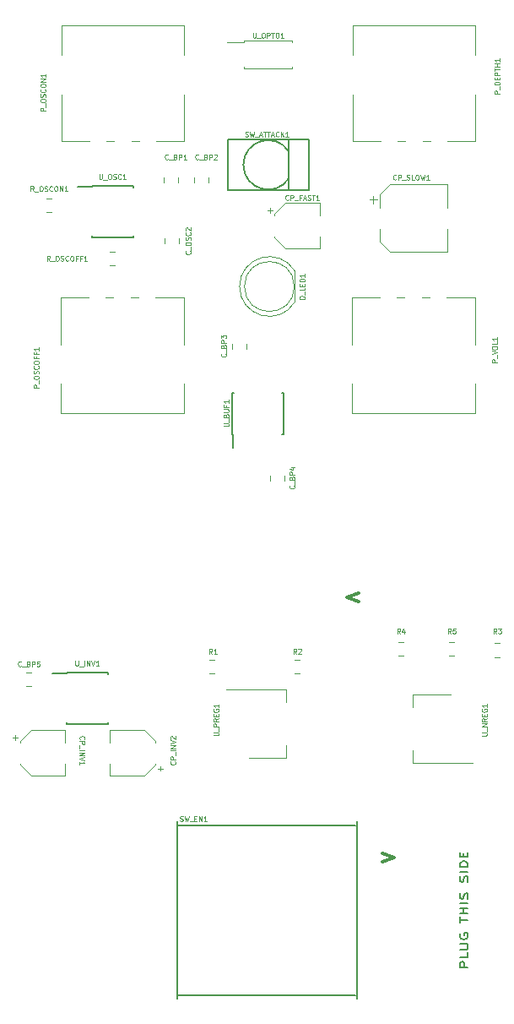
<source format=gbr>
G04 #@! TF.GenerationSoftware,KiCad,Pcbnew,(5.0.0-3-g5ebb6b6)*
G04 #@! TF.CreationDate,2018-11-15T11:11:36+00:00*
G04 #@! TF.ProjectId,555PWMTremolo,35353550574D5472656D6F6C6F2E6B69,rev?*
G04 #@! TF.SameCoordinates,Original*
G04 #@! TF.FileFunction,Legend,Top*
G04 #@! TF.FilePolarity,Positive*
%FSLAX46Y46*%
G04 Gerber Fmt 4.6, Leading zero omitted, Abs format (unit mm)*
G04 Created by KiCad (PCBNEW (5.0.0-3-g5ebb6b6)) date Thursday, 15 November 2018 at 11:11:36*
%MOMM*%
%LPD*%
G01*
G04 APERTURE LIST*
%ADD10C,0.300000*%
%ADD11C,0.200000*%
%ADD12C,0.150000*%
%ADD13C,0.120000*%
%ADD14C,0.125000*%
G04 APERTURE END LIST*
D10*
X89725428Y-129099428D02*
X88582571Y-128670857D01*
X89725428Y-128242285D01*
X92138571Y-154364571D02*
X93281428Y-154793142D01*
X92138571Y-155221714D01*
D11*
X100691904Y-165758095D02*
X99891904Y-165758095D01*
X99891904Y-165377142D01*
X99930000Y-165281904D01*
X99968095Y-165234285D01*
X100044285Y-165186666D01*
X100158571Y-165186666D01*
X100234761Y-165234285D01*
X100272857Y-165281904D01*
X100310952Y-165377142D01*
X100310952Y-165758095D01*
X100691904Y-164281904D02*
X100691904Y-164758095D01*
X99891904Y-164758095D01*
X99891904Y-163948571D02*
X100539523Y-163948571D01*
X100615714Y-163900952D01*
X100653809Y-163853333D01*
X100691904Y-163758095D01*
X100691904Y-163567619D01*
X100653809Y-163472380D01*
X100615714Y-163424761D01*
X100539523Y-163377142D01*
X99891904Y-163377142D01*
X99930000Y-162377142D02*
X99891904Y-162472380D01*
X99891904Y-162615238D01*
X99930000Y-162758095D01*
X100006190Y-162853333D01*
X100082380Y-162900952D01*
X100234761Y-162948571D01*
X100349047Y-162948571D01*
X100501428Y-162900952D01*
X100577619Y-162853333D01*
X100653809Y-162758095D01*
X100691904Y-162615238D01*
X100691904Y-162520000D01*
X100653809Y-162377142D01*
X100615714Y-162329523D01*
X100349047Y-162329523D01*
X100349047Y-162520000D01*
X99891904Y-161281904D02*
X99891904Y-160710476D01*
X100691904Y-160996190D02*
X99891904Y-160996190D01*
X100691904Y-160377142D02*
X99891904Y-160377142D01*
X100272857Y-160377142D02*
X100272857Y-159805714D01*
X100691904Y-159805714D02*
X99891904Y-159805714D01*
X100691904Y-159329523D02*
X99891904Y-159329523D01*
X100653809Y-158900952D02*
X100691904Y-158758095D01*
X100691904Y-158520000D01*
X100653809Y-158424761D01*
X100615714Y-158377142D01*
X100539523Y-158329523D01*
X100463333Y-158329523D01*
X100387142Y-158377142D01*
X100349047Y-158424761D01*
X100310952Y-158520000D01*
X100272857Y-158710476D01*
X100234761Y-158805714D01*
X100196666Y-158853333D01*
X100120476Y-158900952D01*
X100044285Y-158900952D01*
X99968095Y-158853333D01*
X99930000Y-158805714D01*
X99891904Y-158710476D01*
X99891904Y-158472380D01*
X99930000Y-158329523D01*
X100653809Y-157186666D02*
X100691904Y-157043809D01*
X100691904Y-156805714D01*
X100653809Y-156710476D01*
X100615714Y-156662857D01*
X100539523Y-156615238D01*
X100463333Y-156615238D01*
X100387142Y-156662857D01*
X100349047Y-156710476D01*
X100310952Y-156805714D01*
X100272857Y-156996190D01*
X100234761Y-157091428D01*
X100196666Y-157139047D01*
X100120476Y-157186666D01*
X100044285Y-157186666D01*
X99968095Y-157139047D01*
X99930000Y-157091428D01*
X99891904Y-156996190D01*
X99891904Y-156758095D01*
X99930000Y-156615238D01*
X100691904Y-156186666D02*
X99891904Y-156186666D01*
X100691904Y-155710476D02*
X99891904Y-155710476D01*
X99891904Y-155472380D01*
X99930000Y-155329523D01*
X100006190Y-155234285D01*
X100082380Y-155186666D01*
X100234761Y-155139047D01*
X100349047Y-155139047D01*
X100501428Y-155186666D01*
X100577619Y-155234285D01*
X100653809Y-155329523D01*
X100691904Y-155472380D01*
X100691904Y-155710476D01*
X100272857Y-154710476D02*
X100272857Y-154377142D01*
X100691904Y-154234285D02*
X100691904Y-154710476D01*
X99891904Y-154710476D01*
X99891904Y-154234285D01*
D12*
G04 #@! TO.C,SW_EN1*
X89433400Y-168541700D02*
X72923400Y-168541700D01*
X72923400Y-168541700D02*
X71653400Y-168541700D01*
X71526400Y-168922700D02*
X71526400Y-151142700D01*
X71653400Y-151523700D02*
X89433400Y-151523700D01*
X89560400Y-151142700D02*
X89560400Y-168922700D01*
D13*
G04 #@! TO.C,D_LED1*
X77782000Y-97535538D02*
G75*
G03X83332000Y-99080830I2990000J-462D01*
G01*
X77782000Y-97536462D02*
G75*
G02X83332000Y-95991170I2990000J462D01*
G01*
X83272000Y-97536000D02*
G75*
G03X83272000Y-97536000I-2500000J0D01*
G01*
X83332000Y-99081000D02*
X83332000Y-95991000D01*
G04 #@! TO.C,U_NREG1*
X101191500Y-145269000D02*
X95181500Y-145269000D01*
X98941500Y-138449000D02*
X95181500Y-138449000D01*
X95181500Y-145269000D02*
X95181500Y-144009000D01*
X95181500Y-138449000D02*
X95181500Y-139709000D01*
G04 #@! TO.C,C_BP1*
X70156000Y-87129252D02*
X70156000Y-86606748D01*
X71576000Y-87129252D02*
X71576000Y-86606748D01*
G04 #@! TO.C,C_BP3*
X77014000Y-103243748D02*
X77014000Y-103766252D01*
X78434000Y-103243748D02*
X78434000Y-103766252D01*
G04 #@! TO.C,C_BP4*
X80824000Y-116451748D02*
X80824000Y-116974252D01*
X82244000Y-116451748D02*
X82244000Y-116974252D01*
G04 #@! TO.C,C_BP5*
X56380748Y-136196000D02*
X56903252Y-136196000D01*
X56380748Y-137616000D02*
X56903252Y-137616000D01*
G04 #@! TO.C,P_DEPTH1*
X89120000Y-82940000D02*
X89120000Y-78274000D01*
X89120000Y-74365000D02*
X89120000Y-71350000D01*
X101460000Y-82940000D02*
X101460000Y-78274000D01*
X101460000Y-74365000D02*
X101460000Y-71350000D01*
X89120000Y-82940000D02*
X91919000Y-82940000D01*
X93661000Y-82940000D02*
X94420000Y-82940000D01*
X96161000Y-82940000D02*
X96920000Y-82940000D01*
X98660000Y-82940000D02*
X101460000Y-82940000D01*
X89120000Y-71350000D02*
X101460000Y-71350000D01*
G04 #@! TO.C,P_VOL1*
X101380000Y-110260000D02*
X89040000Y-110260000D01*
X91840000Y-98670000D02*
X89040000Y-98670000D01*
X94339000Y-98670000D02*
X93580000Y-98670000D01*
X96839000Y-98670000D02*
X96080000Y-98670000D01*
X101380000Y-98670000D02*
X98581000Y-98670000D01*
X89040000Y-107245000D02*
X89040000Y-110260000D01*
X89040000Y-98670000D02*
X89040000Y-103336000D01*
X101380000Y-107245000D02*
X101380000Y-110260000D01*
X101380000Y-98670000D02*
X101380000Y-103336000D01*
G04 #@! TO.C,R1*
X75242052Y-134926000D02*
X74719548Y-134926000D01*
X75242052Y-136346000D02*
X74719548Y-136346000D01*
G04 #@! TO.C,R2*
X83827252Y-136346000D02*
X83304748Y-136346000D01*
X83827252Y-134926000D02*
X83304748Y-134926000D01*
G04 #@! TO.C,R3*
X103370748Y-133275000D02*
X103893252Y-133275000D01*
X103370748Y-134695000D02*
X103893252Y-134695000D01*
G04 #@! TO.C,R4*
X94241252Y-134568000D02*
X93718748Y-134568000D01*
X94241252Y-133148000D02*
X93718748Y-133148000D01*
G04 #@! TO.C,R5*
X98798748Y-134568000D02*
X99321252Y-134568000D01*
X98798748Y-133148000D02*
X99321252Y-133148000D01*
D12*
G04 #@! TO.C,U_BUF1*
X77104000Y-112311000D02*
X77104000Y-113711000D01*
X82204000Y-112311000D02*
X82204000Y-108161000D01*
X77054000Y-112311000D02*
X77054000Y-108161000D01*
X82204000Y-112311000D02*
X82059000Y-112311000D01*
X82204000Y-108161000D02*
X82059000Y-108161000D01*
X77054000Y-108161000D02*
X77199000Y-108161000D01*
X77054000Y-112311000D02*
X77104000Y-112311000D01*
D13*
G04 #@! TO.C,U_PREG1*
X82491500Y-144761000D02*
X82491500Y-143501000D01*
X82491500Y-137941000D02*
X82491500Y-139201000D01*
X78731500Y-144761000D02*
X82491500Y-144761000D01*
X76481500Y-137941000D02*
X82491500Y-137941000D01*
G04 #@! TO.C,CP_INV1*
X55289000Y-142462000D02*
X55289000Y-142962000D01*
X55039000Y-142712000D02*
X55539000Y-142712000D01*
X55779000Y-145467563D02*
X56843437Y-146532000D01*
X55779000Y-143076437D02*
X56843437Y-142012000D01*
X55779000Y-143076437D02*
X55779000Y-143212000D01*
X55779000Y-145467563D02*
X55779000Y-145332000D01*
X56843437Y-146532000D02*
X60299000Y-146532000D01*
X56843437Y-142012000D02*
X60299000Y-142012000D01*
X60299000Y-142012000D02*
X60299000Y-143212000D01*
X60299000Y-146532000D02*
X60299000Y-145332000D01*
G04 #@! TO.C,CP_INV2*
X64796000Y-142012000D02*
X64796000Y-143212000D01*
X64796000Y-146532000D02*
X64796000Y-145332000D01*
X68251563Y-146532000D02*
X64796000Y-146532000D01*
X68251563Y-142012000D02*
X64796000Y-142012000D01*
X69316000Y-143076437D02*
X69316000Y-143212000D01*
X69316000Y-145467563D02*
X69316000Y-145332000D01*
X69316000Y-145467563D02*
X68251563Y-146532000D01*
X69316000Y-143076437D02*
X68251563Y-142012000D01*
X70056000Y-145832000D02*
X69556000Y-145832000D01*
X69806000Y-146082000D02*
X69806000Y-145582000D01*
G04 #@! TO.C,C_OSC2*
X71703000Y-92702748D02*
X71703000Y-93225252D01*
X70283000Y-92702748D02*
X70283000Y-93225252D01*
G04 #@! TO.C,R_OSCOFF1*
X65285252Y-94032000D02*
X64762748Y-94032000D01*
X65285252Y-95452000D02*
X64762748Y-95452000D01*
G04 #@! TO.C,R_OSCON1*
X58412748Y-88698000D02*
X58935252Y-88698000D01*
X58412748Y-90118000D02*
X58935252Y-90118000D01*
D12*
G04 #@! TO.C,U_OSC1*
X62949000Y-87468000D02*
X62949000Y-87518000D01*
X67099000Y-87468000D02*
X67099000Y-87613000D01*
X67099000Y-92618000D02*
X67099000Y-92473000D01*
X62949000Y-92618000D02*
X62949000Y-92473000D01*
X62949000Y-87468000D02*
X67099000Y-87468000D01*
X62949000Y-92618000D02*
X67099000Y-92618000D01*
X62949000Y-87518000D02*
X61549000Y-87518000D01*
D13*
G04 #@! TO.C,P_OSCOFF1*
X72170000Y-110260000D02*
X59830000Y-110260000D01*
X62630000Y-98670000D02*
X59830000Y-98670000D01*
X65129000Y-98670000D02*
X64370000Y-98670000D01*
X67629000Y-98670000D02*
X66870000Y-98670000D01*
X72170000Y-98670000D02*
X69371000Y-98670000D01*
X59830000Y-107245000D02*
X59830000Y-110260000D01*
X59830000Y-98670000D02*
X59830000Y-103336000D01*
X72170000Y-107245000D02*
X72170000Y-110260000D01*
X72170000Y-98670000D02*
X72170000Y-103336000D01*
G04 #@! TO.C,P_OSCON1*
X59910000Y-82940000D02*
X59910000Y-78274000D01*
X59910000Y-74365000D02*
X59910000Y-71350000D01*
X72250000Y-82940000D02*
X72250000Y-78274000D01*
X72250000Y-74365000D02*
X72250000Y-71350000D01*
X59910000Y-82940000D02*
X62709000Y-82940000D01*
X64451000Y-82940000D02*
X65210000Y-82940000D01*
X66951000Y-82940000D02*
X67710000Y-82940000D01*
X69450000Y-82940000D02*
X72250000Y-82940000D01*
X59910000Y-71350000D02*
X72250000Y-71350000D01*
D12*
G04 #@! TO.C,U_INV1*
X60409000Y-136286000D02*
X59009000Y-136286000D01*
X60409000Y-141386000D02*
X64559000Y-141386000D01*
X60409000Y-136236000D02*
X64559000Y-136236000D01*
X60409000Y-141386000D02*
X60409000Y-141241000D01*
X64559000Y-141386000D02*
X64559000Y-141241000D01*
X64559000Y-136236000D02*
X64559000Y-136381000D01*
X60409000Y-136236000D02*
X60409000Y-136286000D01*
D13*
G04 #@! TO.C,U_OPTO1*
X83045000Y-72895000D02*
X83045000Y-73045000D01*
X78245000Y-72895000D02*
X83045000Y-72895000D01*
X78245000Y-73045000D02*
X78245000Y-72895000D01*
X78245000Y-75695000D02*
X78245000Y-75545000D01*
X83045000Y-75695000D02*
X78245000Y-75695000D01*
X83045000Y-75545000D02*
X83045000Y-75695000D01*
X78245000Y-73045000D02*
X76545000Y-73045000D01*
G04 #@! TO.C,CP_FAST1*
X85826000Y-93700000D02*
X85826000Y-92500000D01*
X85826000Y-89180000D02*
X85826000Y-90380000D01*
X82370437Y-89180000D02*
X85826000Y-89180000D01*
X82370437Y-93700000D02*
X85826000Y-93700000D01*
X81306000Y-92635563D02*
X81306000Y-92500000D01*
X81306000Y-90244437D02*
X81306000Y-90380000D01*
X81306000Y-90244437D02*
X82370437Y-89180000D01*
X81306000Y-92635563D02*
X82370437Y-93700000D01*
X80566000Y-89880000D02*
X81066000Y-89880000D01*
X80816000Y-89630000D02*
X80816000Y-90130000D01*
G04 #@! TO.C,CP_SLOW1*
X98660000Y-94088000D02*
X98660000Y-91738000D01*
X98660000Y-87268000D02*
X98660000Y-89618000D01*
X92904437Y-87268000D02*
X98660000Y-87268000D01*
X92904437Y-94088000D02*
X98660000Y-94088000D01*
X91840000Y-93023563D02*
X91840000Y-91738000D01*
X91840000Y-88332437D02*
X91840000Y-89618000D01*
X91840000Y-88332437D02*
X92904437Y-87268000D01*
X91840000Y-93023563D02*
X92904437Y-94088000D01*
X90812500Y-88830500D02*
X91600000Y-88830500D01*
X91206250Y-88436750D02*
X91206250Y-89224250D01*
D12*
G04 #@! TO.C,SW_ATTACK1*
X82718177Y-83988461D02*
G75*
G03X82717640Y-86700360I-2073177J-1355539D01*
G01*
X82727800Y-87884000D02*
X82727800Y-82804000D01*
X84709000Y-82804000D02*
X76581000Y-82804000D01*
X84709000Y-87884000D02*
X84709000Y-82804000D01*
X76581000Y-87884000D02*
X84709000Y-87884000D01*
X76581000Y-82804000D02*
X76581000Y-87884000D01*
D13*
G04 #@! TO.C,C_BP2*
X73204000Y-87129252D02*
X73204000Y-86606748D01*
X74624000Y-87129252D02*
X74624000Y-86606748D01*
G04 #@! TO.C,SW_EN1*
D14*
X71806761Y-151078380D02*
X71878190Y-151102190D01*
X71997238Y-151102190D01*
X72044857Y-151078380D01*
X72068666Y-151054571D01*
X72092476Y-151006952D01*
X72092476Y-150959333D01*
X72068666Y-150911714D01*
X72044857Y-150887904D01*
X71997238Y-150864095D01*
X71902000Y-150840285D01*
X71854380Y-150816476D01*
X71830571Y-150792666D01*
X71806761Y-150745047D01*
X71806761Y-150697428D01*
X71830571Y-150649809D01*
X71854380Y-150626000D01*
X71902000Y-150602190D01*
X72021047Y-150602190D01*
X72092476Y-150626000D01*
X72259142Y-150602190D02*
X72378190Y-151102190D01*
X72473428Y-150745047D01*
X72568666Y-151102190D01*
X72687714Y-150602190D01*
X72759142Y-151149809D02*
X73140095Y-151149809D01*
X73259142Y-150840285D02*
X73425809Y-150840285D01*
X73497238Y-151102190D02*
X73259142Y-151102190D01*
X73259142Y-150602190D01*
X73497238Y-150602190D01*
X73711523Y-151102190D02*
X73711523Y-150602190D01*
X73997238Y-151102190D01*
X73997238Y-150602190D01*
X74497238Y-151102190D02*
X74211523Y-151102190D01*
X74354380Y-151102190D02*
X74354380Y-150602190D01*
X74306761Y-150673619D01*
X74259142Y-150721238D01*
X74211523Y-150745047D01*
G04 #@! TO.C,D_LED1*
X84300190Y-98774095D02*
X83800190Y-98774095D01*
X83800190Y-98655047D01*
X83824000Y-98583619D01*
X83871619Y-98536000D01*
X83919238Y-98512190D01*
X84014476Y-98488380D01*
X84085904Y-98488380D01*
X84181142Y-98512190D01*
X84228761Y-98536000D01*
X84276380Y-98583619D01*
X84300190Y-98655047D01*
X84300190Y-98774095D01*
X84347809Y-98393142D02*
X84347809Y-98012190D01*
X84300190Y-97655047D02*
X84300190Y-97893142D01*
X83800190Y-97893142D01*
X84038285Y-97488380D02*
X84038285Y-97321714D01*
X84300190Y-97250285D02*
X84300190Y-97488380D01*
X83800190Y-97488380D01*
X83800190Y-97250285D01*
X84300190Y-97036000D02*
X83800190Y-97036000D01*
X83800190Y-96916952D01*
X83824000Y-96845523D01*
X83871619Y-96797904D01*
X83919238Y-96774095D01*
X84014476Y-96750285D01*
X84085904Y-96750285D01*
X84181142Y-96774095D01*
X84228761Y-96797904D01*
X84276380Y-96845523D01*
X84300190Y-96916952D01*
X84300190Y-97036000D01*
X84300190Y-96274095D02*
X84300190Y-96559809D01*
X84300190Y-96416952D02*
X83800190Y-96416952D01*
X83871619Y-96464571D01*
X83919238Y-96512190D01*
X83943047Y-96559809D01*
G04 #@! TO.C,U_NREG1*
X102088190Y-142529523D02*
X102492952Y-142529523D01*
X102540571Y-142505714D01*
X102564380Y-142481904D01*
X102588190Y-142434285D01*
X102588190Y-142339047D01*
X102564380Y-142291428D01*
X102540571Y-142267619D01*
X102492952Y-142243809D01*
X102088190Y-142243809D01*
X102635809Y-142124761D02*
X102635809Y-141743809D01*
X102588190Y-141624761D02*
X102088190Y-141624761D01*
X102588190Y-141339047D01*
X102088190Y-141339047D01*
X102588190Y-140815238D02*
X102350095Y-140981904D01*
X102588190Y-141100952D02*
X102088190Y-141100952D01*
X102088190Y-140910476D01*
X102112000Y-140862857D01*
X102135809Y-140839047D01*
X102183428Y-140815238D01*
X102254857Y-140815238D01*
X102302476Y-140839047D01*
X102326285Y-140862857D01*
X102350095Y-140910476D01*
X102350095Y-141100952D01*
X102326285Y-140600952D02*
X102326285Y-140434285D01*
X102588190Y-140362857D02*
X102588190Y-140600952D01*
X102088190Y-140600952D01*
X102088190Y-140362857D01*
X102112000Y-139886666D02*
X102088190Y-139934285D01*
X102088190Y-140005714D01*
X102112000Y-140077142D01*
X102159619Y-140124761D01*
X102207238Y-140148571D01*
X102302476Y-140172380D01*
X102373904Y-140172380D01*
X102469142Y-140148571D01*
X102516761Y-140124761D01*
X102564380Y-140077142D01*
X102588190Y-140005714D01*
X102588190Y-139958095D01*
X102564380Y-139886666D01*
X102540571Y-139862857D01*
X102373904Y-139862857D01*
X102373904Y-139958095D01*
X102588190Y-139386666D02*
X102588190Y-139672380D01*
X102588190Y-139529523D02*
X102088190Y-139529523D01*
X102159619Y-139577142D01*
X102207238Y-139624761D01*
X102231047Y-139672380D01*
G04 #@! TO.C,C_BP1*
X70600190Y-84760571D02*
X70576380Y-84784380D01*
X70504952Y-84808190D01*
X70457333Y-84808190D01*
X70385904Y-84784380D01*
X70338285Y-84736761D01*
X70314476Y-84689142D01*
X70290666Y-84593904D01*
X70290666Y-84522476D01*
X70314476Y-84427238D01*
X70338285Y-84379619D01*
X70385904Y-84332000D01*
X70457333Y-84308190D01*
X70504952Y-84308190D01*
X70576380Y-84332000D01*
X70600190Y-84355809D01*
X70695428Y-84855809D02*
X71076380Y-84855809D01*
X71362095Y-84546285D02*
X71433523Y-84570095D01*
X71457333Y-84593904D01*
X71481142Y-84641523D01*
X71481142Y-84712952D01*
X71457333Y-84760571D01*
X71433523Y-84784380D01*
X71385904Y-84808190D01*
X71195428Y-84808190D01*
X71195428Y-84308190D01*
X71362095Y-84308190D01*
X71409714Y-84332000D01*
X71433523Y-84355809D01*
X71457333Y-84403428D01*
X71457333Y-84451047D01*
X71433523Y-84498666D01*
X71409714Y-84522476D01*
X71362095Y-84546285D01*
X71195428Y-84546285D01*
X71695428Y-84808190D02*
X71695428Y-84308190D01*
X71885904Y-84308190D01*
X71933523Y-84332000D01*
X71957333Y-84355809D01*
X71981142Y-84403428D01*
X71981142Y-84474857D01*
X71957333Y-84522476D01*
X71933523Y-84546285D01*
X71885904Y-84570095D01*
X71695428Y-84570095D01*
X72457333Y-84808190D02*
X72171619Y-84808190D01*
X72314476Y-84808190D02*
X72314476Y-84308190D01*
X72266857Y-84379619D01*
X72219238Y-84427238D01*
X72171619Y-84451047D01*
G04 #@! TO.C,C_BP3*
X76378571Y-104278809D02*
X76402380Y-104302619D01*
X76426190Y-104374047D01*
X76426190Y-104421666D01*
X76402380Y-104493095D01*
X76354761Y-104540714D01*
X76307142Y-104564523D01*
X76211904Y-104588333D01*
X76140476Y-104588333D01*
X76045238Y-104564523D01*
X75997619Y-104540714D01*
X75950000Y-104493095D01*
X75926190Y-104421666D01*
X75926190Y-104374047D01*
X75950000Y-104302619D01*
X75973809Y-104278809D01*
X76473809Y-104183571D02*
X76473809Y-103802619D01*
X76164285Y-103516904D02*
X76188095Y-103445476D01*
X76211904Y-103421666D01*
X76259523Y-103397857D01*
X76330952Y-103397857D01*
X76378571Y-103421666D01*
X76402380Y-103445476D01*
X76426190Y-103493095D01*
X76426190Y-103683571D01*
X75926190Y-103683571D01*
X75926190Y-103516904D01*
X75950000Y-103469285D01*
X75973809Y-103445476D01*
X76021428Y-103421666D01*
X76069047Y-103421666D01*
X76116666Y-103445476D01*
X76140476Y-103469285D01*
X76164285Y-103516904D01*
X76164285Y-103683571D01*
X76426190Y-103183571D02*
X75926190Y-103183571D01*
X75926190Y-102993095D01*
X75950000Y-102945476D01*
X75973809Y-102921666D01*
X76021428Y-102897857D01*
X76092857Y-102897857D01*
X76140476Y-102921666D01*
X76164285Y-102945476D01*
X76188095Y-102993095D01*
X76188095Y-103183571D01*
X75926190Y-102731190D02*
X75926190Y-102421666D01*
X76116666Y-102588333D01*
X76116666Y-102516904D01*
X76140476Y-102469285D01*
X76164285Y-102445476D01*
X76211904Y-102421666D01*
X76330952Y-102421666D01*
X76378571Y-102445476D01*
X76402380Y-102469285D01*
X76426190Y-102516904D01*
X76426190Y-102659761D01*
X76402380Y-102707380D01*
X76378571Y-102731190D01*
G04 #@! TO.C,C_BP4*
X83236571Y-117486809D02*
X83260380Y-117510619D01*
X83284190Y-117582047D01*
X83284190Y-117629666D01*
X83260380Y-117701095D01*
X83212761Y-117748714D01*
X83165142Y-117772523D01*
X83069904Y-117796333D01*
X82998476Y-117796333D01*
X82903238Y-117772523D01*
X82855619Y-117748714D01*
X82808000Y-117701095D01*
X82784190Y-117629666D01*
X82784190Y-117582047D01*
X82808000Y-117510619D01*
X82831809Y-117486809D01*
X83331809Y-117391571D02*
X83331809Y-117010619D01*
X83022285Y-116724904D02*
X83046095Y-116653476D01*
X83069904Y-116629666D01*
X83117523Y-116605857D01*
X83188952Y-116605857D01*
X83236571Y-116629666D01*
X83260380Y-116653476D01*
X83284190Y-116701095D01*
X83284190Y-116891571D01*
X82784190Y-116891571D01*
X82784190Y-116724904D01*
X82808000Y-116677285D01*
X82831809Y-116653476D01*
X82879428Y-116629666D01*
X82927047Y-116629666D01*
X82974666Y-116653476D01*
X82998476Y-116677285D01*
X83022285Y-116724904D01*
X83022285Y-116891571D01*
X83284190Y-116391571D02*
X82784190Y-116391571D01*
X82784190Y-116201095D01*
X82808000Y-116153476D01*
X82831809Y-116129666D01*
X82879428Y-116105857D01*
X82950857Y-116105857D01*
X82998476Y-116129666D01*
X83022285Y-116153476D01*
X83046095Y-116201095D01*
X83046095Y-116391571D01*
X82950857Y-115677285D02*
X83284190Y-115677285D01*
X82760380Y-115796333D02*
X83117523Y-115915380D01*
X83117523Y-115605857D01*
G04 #@! TO.C,C_BP5*
X55868190Y-135560571D02*
X55844380Y-135584380D01*
X55772952Y-135608190D01*
X55725333Y-135608190D01*
X55653904Y-135584380D01*
X55606285Y-135536761D01*
X55582476Y-135489142D01*
X55558666Y-135393904D01*
X55558666Y-135322476D01*
X55582476Y-135227238D01*
X55606285Y-135179619D01*
X55653904Y-135132000D01*
X55725333Y-135108190D01*
X55772952Y-135108190D01*
X55844380Y-135132000D01*
X55868190Y-135155809D01*
X55963428Y-135655809D02*
X56344380Y-135655809D01*
X56630095Y-135346285D02*
X56701523Y-135370095D01*
X56725333Y-135393904D01*
X56749142Y-135441523D01*
X56749142Y-135512952D01*
X56725333Y-135560571D01*
X56701523Y-135584380D01*
X56653904Y-135608190D01*
X56463428Y-135608190D01*
X56463428Y-135108190D01*
X56630095Y-135108190D01*
X56677714Y-135132000D01*
X56701523Y-135155809D01*
X56725333Y-135203428D01*
X56725333Y-135251047D01*
X56701523Y-135298666D01*
X56677714Y-135322476D01*
X56630095Y-135346285D01*
X56463428Y-135346285D01*
X56963428Y-135608190D02*
X56963428Y-135108190D01*
X57153904Y-135108190D01*
X57201523Y-135132000D01*
X57225333Y-135155809D01*
X57249142Y-135203428D01*
X57249142Y-135274857D01*
X57225333Y-135322476D01*
X57201523Y-135346285D01*
X57153904Y-135370095D01*
X56963428Y-135370095D01*
X57701523Y-135108190D02*
X57463428Y-135108190D01*
X57439619Y-135346285D01*
X57463428Y-135322476D01*
X57511047Y-135298666D01*
X57630095Y-135298666D01*
X57677714Y-135322476D01*
X57701523Y-135346285D01*
X57725333Y-135393904D01*
X57725333Y-135512952D01*
X57701523Y-135560571D01*
X57677714Y-135584380D01*
X57630095Y-135608190D01*
X57511047Y-135608190D01*
X57463428Y-135584380D01*
X57439619Y-135560571D01*
G04 #@! TO.C,P_DEPTH1*
X103858190Y-78192095D02*
X103358190Y-78192095D01*
X103358190Y-78001619D01*
X103382000Y-77954000D01*
X103405809Y-77930190D01*
X103453428Y-77906380D01*
X103524857Y-77906380D01*
X103572476Y-77930190D01*
X103596285Y-77954000D01*
X103620095Y-78001619D01*
X103620095Y-78192095D01*
X103905809Y-77811142D02*
X103905809Y-77430190D01*
X103858190Y-77311142D02*
X103358190Y-77311142D01*
X103358190Y-77192095D01*
X103382000Y-77120666D01*
X103429619Y-77073047D01*
X103477238Y-77049238D01*
X103572476Y-77025428D01*
X103643904Y-77025428D01*
X103739142Y-77049238D01*
X103786761Y-77073047D01*
X103834380Y-77120666D01*
X103858190Y-77192095D01*
X103858190Y-77311142D01*
X103596285Y-76811142D02*
X103596285Y-76644476D01*
X103858190Y-76573047D02*
X103858190Y-76811142D01*
X103358190Y-76811142D01*
X103358190Y-76573047D01*
X103858190Y-76358761D02*
X103358190Y-76358761D01*
X103358190Y-76168285D01*
X103382000Y-76120666D01*
X103405809Y-76096857D01*
X103453428Y-76073047D01*
X103524857Y-76073047D01*
X103572476Y-76096857D01*
X103596285Y-76120666D01*
X103620095Y-76168285D01*
X103620095Y-76358761D01*
X103358190Y-75930190D02*
X103358190Y-75644476D01*
X103858190Y-75787333D02*
X103358190Y-75787333D01*
X103858190Y-75477809D02*
X103358190Y-75477809D01*
X103596285Y-75477809D02*
X103596285Y-75192095D01*
X103858190Y-75192095D02*
X103358190Y-75192095D01*
X103858190Y-74692095D02*
X103858190Y-74977809D01*
X103858190Y-74834952D02*
X103358190Y-74834952D01*
X103429619Y-74882571D01*
X103477238Y-74930190D01*
X103501047Y-74977809D01*
G04 #@! TO.C,P_VOL1*
X103604190Y-105124095D02*
X103104190Y-105124095D01*
X103104190Y-104933619D01*
X103128000Y-104886000D01*
X103151809Y-104862190D01*
X103199428Y-104838380D01*
X103270857Y-104838380D01*
X103318476Y-104862190D01*
X103342285Y-104886000D01*
X103366095Y-104933619D01*
X103366095Y-105124095D01*
X103651809Y-104743142D02*
X103651809Y-104362190D01*
X103104190Y-104314571D02*
X103604190Y-104147904D01*
X103104190Y-103981238D01*
X103104190Y-103719333D02*
X103104190Y-103624095D01*
X103128000Y-103576476D01*
X103175619Y-103528857D01*
X103270857Y-103505047D01*
X103437523Y-103505047D01*
X103532761Y-103528857D01*
X103580380Y-103576476D01*
X103604190Y-103624095D01*
X103604190Y-103719333D01*
X103580380Y-103766952D01*
X103532761Y-103814571D01*
X103437523Y-103838380D01*
X103270857Y-103838380D01*
X103175619Y-103814571D01*
X103128000Y-103766952D01*
X103104190Y-103719333D01*
X103604190Y-103052666D02*
X103604190Y-103290761D01*
X103104190Y-103290761D01*
X103604190Y-102624095D02*
X103604190Y-102909809D01*
X103604190Y-102766952D02*
X103104190Y-102766952D01*
X103175619Y-102814571D01*
X103223238Y-102862190D01*
X103247047Y-102909809D01*
G04 #@! TO.C,R1*
X75024466Y-134338190D02*
X74857800Y-134100095D01*
X74738752Y-134338190D02*
X74738752Y-133838190D01*
X74929228Y-133838190D01*
X74976847Y-133862000D01*
X75000657Y-133885809D01*
X75024466Y-133933428D01*
X75024466Y-134004857D01*
X75000657Y-134052476D01*
X74976847Y-134076285D01*
X74929228Y-134100095D01*
X74738752Y-134100095D01*
X75500657Y-134338190D02*
X75214942Y-134338190D01*
X75357800Y-134338190D02*
X75357800Y-133838190D01*
X75310180Y-133909619D01*
X75262561Y-133957238D01*
X75214942Y-133981047D01*
G04 #@! TO.C,R2*
X83482666Y-134338190D02*
X83316000Y-134100095D01*
X83196952Y-134338190D02*
X83196952Y-133838190D01*
X83387428Y-133838190D01*
X83435047Y-133862000D01*
X83458857Y-133885809D01*
X83482666Y-133933428D01*
X83482666Y-134004857D01*
X83458857Y-134052476D01*
X83435047Y-134076285D01*
X83387428Y-134100095D01*
X83196952Y-134100095D01*
X83673142Y-133885809D02*
X83696952Y-133862000D01*
X83744571Y-133838190D01*
X83863619Y-133838190D01*
X83911238Y-133862000D01*
X83935047Y-133885809D01*
X83958857Y-133933428D01*
X83958857Y-133981047D01*
X83935047Y-134052476D01*
X83649333Y-134338190D01*
X83958857Y-134338190D01*
G04 #@! TO.C,R3*
X103548666Y-132306190D02*
X103382000Y-132068095D01*
X103262952Y-132306190D02*
X103262952Y-131806190D01*
X103453428Y-131806190D01*
X103501047Y-131830000D01*
X103524857Y-131853809D01*
X103548666Y-131901428D01*
X103548666Y-131972857D01*
X103524857Y-132020476D01*
X103501047Y-132044285D01*
X103453428Y-132068095D01*
X103262952Y-132068095D01*
X103715333Y-131806190D02*
X104024857Y-131806190D01*
X103858190Y-131996666D01*
X103929619Y-131996666D01*
X103977238Y-132020476D01*
X104001047Y-132044285D01*
X104024857Y-132091904D01*
X104024857Y-132210952D01*
X104001047Y-132258571D01*
X103977238Y-132282380D01*
X103929619Y-132306190D01*
X103786761Y-132306190D01*
X103739142Y-132282380D01*
X103715333Y-132258571D01*
G04 #@! TO.C,R4*
X93896666Y-132306190D02*
X93730000Y-132068095D01*
X93610952Y-132306190D02*
X93610952Y-131806190D01*
X93801428Y-131806190D01*
X93849047Y-131830000D01*
X93872857Y-131853809D01*
X93896666Y-131901428D01*
X93896666Y-131972857D01*
X93872857Y-132020476D01*
X93849047Y-132044285D01*
X93801428Y-132068095D01*
X93610952Y-132068095D01*
X94325238Y-131972857D02*
X94325238Y-132306190D01*
X94206190Y-131782380D02*
X94087142Y-132139523D01*
X94396666Y-132139523D01*
G04 #@! TO.C,R5*
X98976666Y-132306190D02*
X98810000Y-132068095D01*
X98690952Y-132306190D02*
X98690952Y-131806190D01*
X98881428Y-131806190D01*
X98929047Y-131830000D01*
X98952857Y-131853809D01*
X98976666Y-131901428D01*
X98976666Y-131972857D01*
X98952857Y-132020476D01*
X98929047Y-132044285D01*
X98881428Y-132068095D01*
X98690952Y-132068095D01*
X99429047Y-131806190D02*
X99190952Y-131806190D01*
X99167142Y-132044285D01*
X99190952Y-132020476D01*
X99238571Y-131996666D01*
X99357619Y-131996666D01*
X99405238Y-132020476D01*
X99429047Y-132044285D01*
X99452857Y-132091904D01*
X99452857Y-132210952D01*
X99429047Y-132258571D01*
X99405238Y-132282380D01*
X99357619Y-132306190D01*
X99238571Y-132306190D01*
X99190952Y-132282380D01*
X99167142Y-132258571D01*
G04 #@! TO.C,U_BUF1*
X76180190Y-111533619D02*
X76584952Y-111533619D01*
X76632571Y-111509809D01*
X76656380Y-111486000D01*
X76680190Y-111438380D01*
X76680190Y-111343142D01*
X76656380Y-111295523D01*
X76632571Y-111271714D01*
X76584952Y-111247904D01*
X76180190Y-111247904D01*
X76727809Y-111128857D02*
X76727809Y-110747904D01*
X76418285Y-110462190D02*
X76442095Y-110390761D01*
X76465904Y-110366952D01*
X76513523Y-110343142D01*
X76584952Y-110343142D01*
X76632571Y-110366952D01*
X76656380Y-110390761D01*
X76680190Y-110438380D01*
X76680190Y-110628857D01*
X76180190Y-110628857D01*
X76180190Y-110462190D01*
X76204000Y-110414571D01*
X76227809Y-110390761D01*
X76275428Y-110366952D01*
X76323047Y-110366952D01*
X76370666Y-110390761D01*
X76394476Y-110414571D01*
X76418285Y-110462190D01*
X76418285Y-110628857D01*
X76180190Y-110128857D02*
X76584952Y-110128857D01*
X76632571Y-110105047D01*
X76656380Y-110081238D01*
X76680190Y-110033619D01*
X76680190Y-109938380D01*
X76656380Y-109890761D01*
X76632571Y-109866952D01*
X76584952Y-109843142D01*
X76180190Y-109843142D01*
X76418285Y-109438380D02*
X76418285Y-109605047D01*
X76680190Y-109605047D02*
X76180190Y-109605047D01*
X76180190Y-109366952D01*
X76680190Y-108914571D02*
X76680190Y-109200285D01*
X76680190Y-109057428D02*
X76180190Y-109057428D01*
X76251619Y-109105047D01*
X76299238Y-109152666D01*
X76323047Y-109200285D01*
G04 #@! TO.C,U_PREG1*
X75164190Y-142517619D02*
X75568952Y-142517619D01*
X75616571Y-142493809D01*
X75640380Y-142470000D01*
X75664190Y-142422380D01*
X75664190Y-142327142D01*
X75640380Y-142279523D01*
X75616571Y-142255714D01*
X75568952Y-142231904D01*
X75164190Y-142231904D01*
X75711809Y-142112857D02*
X75711809Y-141731904D01*
X75664190Y-141612857D02*
X75164190Y-141612857D01*
X75164190Y-141422380D01*
X75188000Y-141374761D01*
X75211809Y-141350952D01*
X75259428Y-141327142D01*
X75330857Y-141327142D01*
X75378476Y-141350952D01*
X75402285Y-141374761D01*
X75426095Y-141422380D01*
X75426095Y-141612857D01*
X75664190Y-140827142D02*
X75426095Y-140993809D01*
X75664190Y-141112857D02*
X75164190Y-141112857D01*
X75164190Y-140922380D01*
X75188000Y-140874761D01*
X75211809Y-140850952D01*
X75259428Y-140827142D01*
X75330857Y-140827142D01*
X75378476Y-140850952D01*
X75402285Y-140874761D01*
X75426095Y-140922380D01*
X75426095Y-141112857D01*
X75402285Y-140612857D02*
X75402285Y-140446190D01*
X75664190Y-140374761D02*
X75664190Y-140612857D01*
X75164190Y-140612857D01*
X75164190Y-140374761D01*
X75188000Y-139898571D02*
X75164190Y-139946190D01*
X75164190Y-140017619D01*
X75188000Y-140089047D01*
X75235619Y-140136666D01*
X75283238Y-140160476D01*
X75378476Y-140184285D01*
X75449904Y-140184285D01*
X75545142Y-140160476D01*
X75592761Y-140136666D01*
X75640380Y-140089047D01*
X75664190Y-140017619D01*
X75664190Y-139970000D01*
X75640380Y-139898571D01*
X75616571Y-139874761D01*
X75449904Y-139874761D01*
X75449904Y-139970000D01*
X75664190Y-139398571D02*
X75664190Y-139684285D01*
X75664190Y-139541428D02*
X75164190Y-139541428D01*
X75235619Y-139589047D01*
X75283238Y-139636666D01*
X75307047Y-139684285D01*
G04 #@! TO.C,CP_INV1*
X61797428Y-142898952D02*
X61773619Y-142875142D01*
X61749809Y-142803714D01*
X61749809Y-142756095D01*
X61773619Y-142684666D01*
X61821238Y-142637047D01*
X61868857Y-142613238D01*
X61964095Y-142589428D01*
X62035523Y-142589428D01*
X62130761Y-142613238D01*
X62178380Y-142637047D01*
X62226000Y-142684666D01*
X62249809Y-142756095D01*
X62249809Y-142803714D01*
X62226000Y-142875142D01*
X62202190Y-142898952D01*
X61749809Y-143113238D02*
X62249809Y-143113238D01*
X62249809Y-143303714D01*
X62226000Y-143351333D01*
X62202190Y-143375142D01*
X62154571Y-143398952D01*
X62083142Y-143398952D01*
X62035523Y-143375142D01*
X62011714Y-143351333D01*
X61987904Y-143303714D01*
X61987904Y-143113238D01*
X61702190Y-143494190D02*
X61702190Y-143875142D01*
X61749809Y-143994190D02*
X62249809Y-143994190D01*
X61749809Y-144232285D02*
X62249809Y-144232285D01*
X61749809Y-144518000D01*
X62249809Y-144518000D01*
X62249809Y-144684666D02*
X61749809Y-144851333D01*
X62249809Y-145018000D01*
X61749809Y-145446571D02*
X61749809Y-145160857D01*
X61749809Y-145303714D02*
X62249809Y-145303714D01*
X62178380Y-145256095D01*
X62130761Y-145208476D01*
X62106952Y-145160857D01*
G04 #@! TO.C,CP_INV2*
X71298571Y-145137047D02*
X71322380Y-145160857D01*
X71346190Y-145232285D01*
X71346190Y-145279904D01*
X71322380Y-145351333D01*
X71274761Y-145398952D01*
X71227142Y-145422761D01*
X71131904Y-145446571D01*
X71060476Y-145446571D01*
X70965238Y-145422761D01*
X70917619Y-145398952D01*
X70870000Y-145351333D01*
X70846190Y-145279904D01*
X70846190Y-145232285D01*
X70870000Y-145160857D01*
X70893809Y-145137047D01*
X71346190Y-144922761D02*
X70846190Y-144922761D01*
X70846190Y-144732285D01*
X70870000Y-144684666D01*
X70893809Y-144660857D01*
X70941428Y-144637047D01*
X71012857Y-144637047D01*
X71060476Y-144660857D01*
X71084285Y-144684666D01*
X71108095Y-144732285D01*
X71108095Y-144922761D01*
X71393809Y-144541809D02*
X71393809Y-144160857D01*
X71346190Y-144041809D02*
X70846190Y-144041809D01*
X71346190Y-143803714D02*
X70846190Y-143803714D01*
X71346190Y-143518000D01*
X70846190Y-143518000D01*
X70846190Y-143351333D02*
X71346190Y-143184666D01*
X70846190Y-143018000D01*
X70893809Y-142875142D02*
X70870000Y-142851333D01*
X70846190Y-142803714D01*
X70846190Y-142684666D01*
X70870000Y-142637047D01*
X70893809Y-142613238D01*
X70941428Y-142589428D01*
X70989047Y-142589428D01*
X71060476Y-142613238D01*
X71346190Y-142898952D01*
X71346190Y-142589428D01*
G04 #@! TO.C,C_OSC2*
X72822571Y-93987809D02*
X72846380Y-94011619D01*
X72870190Y-94083047D01*
X72870190Y-94130666D01*
X72846380Y-94202095D01*
X72798761Y-94249714D01*
X72751142Y-94273523D01*
X72655904Y-94297333D01*
X72584476Y-94297333D01*
X72489238Y-94273523D01*
X72441619Y-94249714D01*
X72394000Y-94202095D01*
X72370190Y-94130666D01*
X72370190Y-94083047D01*
X72394000Y-94011619D01*
X72417809Y-93987809D01*
X72917809Y-93892571D02*
X72917809Y-93511619D01*
X72370190Y-93297333D02*
X72370190Y-93202095D01*
X72394000Y-93154476D01*
X72441619Y-93106857D01*
X72536857Y-93083047D01*
X72703523Y-93083047D01*
X72798761Y-93106857D01*
X72846380Y-93154476D01*
X72870190Y-93202095D01*
X72870190Y-93297333D01*
X72846380Y-93344952D01*
X72798761Y-93392571D01*
X72703523Y-93416380D01*
X72536857Y-93416380D01*
X72441619Y-93392571D01*
X72394000Y-93344952D01*
X72370190Y-93297333D01*
X72846380Y-92892571D02*
X72870190Y-92821142D01*
X72870190Y-92702095D01*
X72846380Y-92654476D01*
X72822571Y-92630666D01*
X72774952Y-92606857D01*
X72727333Y-92606857D01*
X72679714Y-92630666D01*
X72655904Y-92654476D01*
X72632095Y-92702095D01*
X72608285Y-92797333D01*
X72584476Y-92844952D01*
X72560666Y-92868761D01*
X72513047Y-92892571D01*
X72465428Y-92892571D01*
X72417809Y-92868761D01*
X72394000Y-92844952D01*
X72370190Y-92797333D01*
X72370190Y-92678285D01*
X72394000Y-92606857D01*
X72822571Y-92106857D02*
X72846380Y-92130666D01*
X72870190Y-92202095D01*
X72870190Y-92249714D01*
X72846380Y-92321142D01*
X72798761Y-92368761D01*
X72751142Y-92392571D01*
X72655904Y-92416380D01*
X72584476Y-92416380D01*
X72489238Y-92392571D01*
X72441619Y-92368761D01*
X72394000Y-92321142D01*
X72370190Y-92249714D01*
X72370190Y-92202095D01*
X72394000Y-92130666D01*
X72417809Y-92106857D01*
X72417809Y-91916380D02*
X72394000Y-91892571D01*
X72370190Y-91844952D01*
X72370190Y-91725904D01*
X72394000Y-91678285D01*
X72417809Y-91654476D01*
X72465428Y-91630666D01*
X72513047Y-91630666D01*
X72584476Y-91654476D01*
X72870190Y-91940190D01*
X72870190Y-91630666D01*
G04 #@! TO.C,R_OSCOFF1*
X58737714Y-94968190D02*
X58571047Y-94730095D01*
X58452000Y-94968190D02*
X58452000Y-94468190D01*
X58642476Y-94468190D01*
X58690095Y-94492000D01*
X58713904Y-94515809D01*
X58737714Y-94563428D01*
X58737714Y-94634857D01*
X58713904Y-94682476D01*
X58690095Y-94706285D01*
X58642476Y-94730095D01*
X58452000Y-94730095D01*
X58832952Y-95015809D02*
X59213904Y-95015809D01*
X59428190Y-94468190D02*
X59523428Y-94468190D01*
X59571047Y-94492000D01*
X59618666Y-94539619D01*
X59642476Y-94634857D01*
X59642476Y-94801523D01*
X59618666Y-94896761D01*
X59571047Y-94944380D01*
X59523428Y-94968190D01*
X59428190Y-94968190D01*
X59380571Y-94944380D01*
X59332952Y-94896761D01*
X59309142Y-94801523D01*
X59309142Y-94634857D01*
X59332952Y-94539619D01*
X59380571Y-94492000D01*
X59428190Y-94468190D01*
X59832952Y-94944380D02*
X59904380Y-94968190D01*
X60023428Y-94968190D01*
X60071047Y-94944380D01*
X60094857Y-94920571D01*
X60118666Y-94872952D01*
X60118666Y-94825333D01*
X60094857Y-94777714D01*
X60071047Y-94753904D01*
X60023428Y-94730095D01*
X59928190Y-94706285D01*
X59880571Y-94682476D01*
X59856761Y-94658666D01*
X59832952Y-94611047D01*
X59832952Y-94563428D01*
X59856761Y-94515809D01*
X59880571Y-94492000D01*
X59928190Y-94468190D01*
X60047238Y-94468190D01*
X60118666Y-94492000D01*
X60618666Y-94920571D02*
X60594857Y-94944380D01*
X60523428Y-94968190D01*
X60475809Y-94968190D01*
X60404380Y-94944380D01*
X60356761Y-94896761D01*
X60332952Y-94849142D01*
X60309142Y-94753904D01*
X60309142Y-94682476D01*
X60332952Y-94587238D01*
X60356761Y-94539619D01*
X60404380Y-94492000D01*
X60475809Y-94468190D01*
X60523428Y-94468190D01*
X60594857Y-94492000D01*
X60618666Y-94515809D01*
X60928190Y-94468190D02*
X61023428Y-94468190D01*
X61071047Y-94492000D01*
X61118666Y-94539619D01*
X61142476Y-94634857D01*
X61142476Y-94801523D01*
X61118666Y-94896761D01*
X61071047Y-94944380D01*
X61023428Y-94968190D01*
X60928190Y-94968190D01*
X60880571Y-94944380D01*
X60832952Y-94896761D01*
X60809142Y-94801523D01*
X60809142Y-94634857D01*
X60832952Y-94539619D01*
X60880571Y-94492000D01*
X60928190Y-94468190D01*
X61523428Y-94706285D02*
X61356761Y-94706285D01*
X61356761Y-94968190D02*
X61356761Y-94468190D01*
X61594857Y-94468190D01*
X61952000Y-94706285D02*
X61785333Y-94706285D01*
X61785333Y-94968190D02*
X61785333Y-94468190D01*
X62023428Y-94468190D01*
X62475809Y-94968190D02*
X62190095Y-94968190D01*
X62332952Y-94968190D02*
X62332952Y-94468190D01*
X62285333Y-94539619D01*
X62237714Y-94587238D01*
X62190095Y-94611047D01*
G04 #@! TO.C,R_OSCON1*
X57126380Y-87984190D02*
X56959714Y-87746095D01*
X56840666Y-87984190D02*
X56840666Y-87484190D01*
X57031142Y-87484190D01*
X57078761Y-87508000D01*
X57102571Y-87531809D01*
X57126380Y-87579428D01*
X57126380Y-87650857D01*
X57102571Y-87698476D01*
X57078761Y-87722285D01*
X57031142Y-87746095D01*
X56840666Y-87746095D01*
X57221619Y-88031809D02*
X57602571Y-88031809D01*
X57816857Y-87484190D02*
X57912095Y-87484190D01*
X57959714Y-87508000D01*
X58007333Y-87555619D01*
X58031142Y-87650857D01*
X58031142Y-87817523D01*
X58007333Y-87912761D01*
X57959714Y-87960380D01*
X57912095Y-87984190D01*
X57816857Y-87984190D01*
X57769238Y-87960380D01*
X57721619Y-87912761D01*
X57697809Y-87817523D01*
X57697809Y-87650857D01*
X57721619Y-87555619D01*
X57769238Y-87508000D01*
X57816857Y-87484190D01*
X58221619Y-87960380D02*
X58293047Y-87984190D01*
X58412095Y-87984190D01*
X58459714Y-87960380D01*
X58483523Y-87936571D01*
X58507333Y-87888952D01*
X58507333Y-87841333D01*
X58483523Y-87793714D01*
X58459714Y-87769904D01*
X58412095Y-87746095D01*
X58316857Y-87722285D01*
X58269238Y-87698476D01*
X58245428Y-87674666D01*
X58221619Y-87627047D01*
X58221619Y-87579428D01*
X58245428Y-87531809D01*
X58269238Y-87508000D01*
X58316857Y-87484190D01*
X58435904Y-87484190D01*
X58507333Y-87508000D01*
X59007333Y-87936571D02*
X58983523Y-87960380D01*
X58912095Y-87984190D01*
X58864476Y-87984190D01*
X58793047Y-87960380D01*
X58745428Y-87912761D01*
X58721619Y-87865142D01*
X58697809Y-87769904D01*
X58697809Y-87698476D01*
X58721619Y-87603238D01*
X58745428Y-87555619D01*
X58793047Y-87508000D01*
X58864476Y-87484190D01*
X58912095Y-87484190D01*
X58983523Y-87508000D01*
X59007333Y-87531809D01*
X59316857Y-87484190D02*
X59412095Y-87484190D01*
X59459714Y-87508000D01*
X59507333Y-87555619D01*
X59531142Y-87650857D01*
X59531142Y-87817523D01*
X59507333Y-87912761D01*
X59459714Y-87960380D01*
X59412095Y-87984190D01*
X59316857Y-87984190D01*
X59269238Y-87960380D01*
X59221619Y-87912761D01*
X59197809Y-87817523D01*
X59197809Y-87650857D01*
X59221619Y-87555619D01*
X59269238Y-87508000D01*
X59316857Y-87484190D01*
X59745428Y-87984190D02*
X59745428Y-87484190D01*
X60031142Y-87984190D01*
X60031142Y-87484190D01*
X60531142Y-87984190D02*
X60245428Y-87984190D01*
X60388285Y-87984190D02*
X60388285Y-87484190D01*
X60340666Y-87555619D01*
X60293047Y-87603238D01*
X60245428Y-87627047D01*
G04 #@! TO.C,U_OSC1*
X63702571Y-86269190D02*
X63702571Y-86673952D01*
X63726380Y-86721571D01*
X63750190Y-86745380D01*
X63797809Y-86769190D01*
X63893047Y-86769190D01*
X63940666Y-86745380D01*
X63964476Y-86721571D01*
X63988285Y-86673952D01*
X63988285Y-86269190D01*
X64107333Y-86816809D02*
X64488285Y-86816809D01*
X64702571Y-86269190D02*
X64797809Y-86269190D01*
X64845428Y-86293000D01*
X64893047Y-86340619D01*
X64916857Y-86435857D01*
X64916857Y-86602523D01*
X64893047Y-86697761D01*
X64845428Y-86745380D01*
X64797809Y-86769190D01*
X64702571Y-86769190D01*
X64654952Y-86745380D01*
X64607333Y-86697761D01*
X64583523Y-86602523D01*
X64583523Y-86435857D01*
X64607333Y-86340619D01*
X64654952Y-86293000D01*
X64702571Y-86269190D01*
X65107333Y-86745380D02*
X65178761Y-86769190D01*
X65297809Y-86769190D01*
X65345428Y-86745380D01*
X65369238Y-86721571D01*
X65393047Y-86673952D01*
X65393047Y-86626333D01*
X65369238Y-86578714D01*
X65345428Y-86554904D01*
X65297809Y-86531095D01*
X65202571Y-86507285D01*
X65154952Y-86483476D01*
X65131142Y-86459666D01*
X65107333Y-86412047D01*
X65107333Y-86364428D01*
X65131142Y-86316809D01*
X65154952Y-86293000D01*
X65202571Y-86269190D01*
X65321619Y-86269190D01*
X65393047Y-86293000D01*
X65893047Y-86721571D02*
X65869238Y-86745380D01*
X65797809Y-86769190D01*
X65750190Y-86769190D01*
X65678761Y-86745380D01*
X65631142Y-86697761D01*
X65607333Y-86650142D01*
X65583523Y-86554904D01*
X65583523Y-86483476D01*
X65607333Y-86388238D01*
X65631142Y-86340619D01*
X65678761Y-86293000D01*
X65750190Y-86269190D01*
X65797809Y-86269190D01*
X65869238Y-86293000D01*
X65893047Y-86316809D01*
X66369238Y-86769190D02*
X66083523Y-86769190D01*
X66226380Y-86769190D02*
X66226380Y-86269190D01*
X66178761Y-86340619D01*
X66131142Y-86388238D01*
X66083523Y-86412047D01*
G04 #@! TO.C,P_OSCOFF1*
X57630190Y-107664000D02*
X57130190Y-107664000D01*
X57130190Y-107473523D01*
X57154000Y-107425904D01*
X57177809Y-107402095D01*
X57225428Y-107378285D01*
X57296857Y-107378285D01*
X57344476Y-107402095D01*
X57368285Y-107425904D01*
X57392095Y-107473523D01*
X57392095Y-107664000D01*
X57677809Y-107283047D02*
X57677809Y-106902095D01*
X57130190Y-106687809D02*
X57130190Y-106592571D01*
X57154000Y-106544952D01*
X57201619Y-106497333D01*
X57296857Y-106473523D01*
X57463523Y-106473523D01*
X57558761Y-106497333D01*
X57606380Y-106544952D01*
X57630190Y-106592571D01*
X57630190Y-106687809D01*
X57606380Y-106735428D01*
X57558761Y-106783047D01*
X57463523Y-106806857D01*
X57296857Y-106806857D01*
X57201619Y-106783047D01*
X57154000Y-106735428D01*
X57130190Y-106687809D01*
X57606380Y-106283047D02*
X57630190Y-106211619D01*
X57630190Y-106092571D01*
X57606380Y-106044952D01*
X57582571Y-106021142D01*
X57534952Y-105997333D01*
X57487333Y-105997333D01*
X57439714Y-106021142D01*
X57415904Y-106044952D01*
X57392095Y-106092571D01*
X57368285Y-106187809D01*
X57344476Y-106235428D01*
X57320666Y-106259238D01*
X57273047Y-106283047D01*
X57225428Y-106283047D01*
X57177809Y-106259238D01*
X57154000Y-106235428D01*
X57130190Y-106187809D01*
X57130190Y-106068761D01*
X57154000Y-105997333D01*
X57582571Y-105497333D02*
X57606380Y-105521142D01*
X57630190Y-105592571D01*
X57630190Y-105640190D01*
X57606380Y-105711619D01*
X57558761Y-105759238D01*
X57511142Y-105783047D01*
X57415904Y-105806857D01*
X57344476Y-105806857D01*
X57249238Y-105783047D01*
X57201619Y-105759238D01*
X57154000Y-105711619D01*
X57130190Y-105640190D01*
X57130190Y-105592571D01*
X57154000Y-105521142D01*
X57177809Y-105497333D01*
X57130190Y-105187809D02*
X57130190Y-105092571D01*
X57154000Y-105044952D01*
X57201619Y-104997333D01*
X57296857Y-104973523D01*
X57463523Y-104973523D01*
X57558761Y-104997333D01*
X57606380Y-105044952D01*
X57630190Y-105092571D01*
X57630190Y-105187809D01*
X57606380Y-105235428D01*
X57558761Y-105283047D01*
X57463523Y-105306857D01*
X57296857Y-105306857D01*
X57201619Y-105283047D01*
X57154000Y-105235428D01*
X57130190Y-105187809D01*
X57368285Y-104592571D02*
X57368285Y-104759238D01*
X57630190Y-104759238D02*
X57130190Y-104759238D01*
X57130190Y-104521142D01*
X57368285Y-104164000D02*
X57368285Y-104330666D01*
X57630190Y-104330666D02*
X57130190Y-104330666D01*
X57130190Y-104092571D01*
X57630190Y-103640190D02*
X57630190Y-103925904D01*
X57630190Y-103783047D02*
X57130190Y-103783047D01*
X57201619Y-103830666D01*
X57249238Y-103878285D01*
X57273047Y-103925904D01*
G04 #@! TO.C,P_OSCON1*
X58306190Y-79928333D02*
X57806190Y-79928333D01*
X57806190Y-79737857D01*
X57830000Y-79690238D01*
X57853809Y-79666428D01*
X57901428Y-79642619D01*
X57972857Y-79642619D01*
X58020476Y-79666428D01*
X58044285Y-79690238D01*
X58068095Y-79737857D01*
X58068095Y-79928333D01*
X58353809Y-79547380D02*
X58353809Y-79166428D01*
X57806190Y-78952142D02*
X57806190Y-78856904D01*
X57830000Y-78809285D01*
X57877619Y-78761666D01*
X57972857Y-78737857D01*
X58139523Y-78737857D01*
X58234761Y-78761666D01*
X58282380Y-78809285D01*
X58306190Y-78856904D01*
X58306190Y-78952142D01*
X58282380Y-78999761D01*
X58234761Y-79047380D01*
X58139523Y-79071190D01*
X57972857Y-79071190D01*
X57877619Y-79047380D01*
X57830000Y-78999761D01*
X57806190Y-78952142D01*
X58282380Y-78547380D02*
X58306190Y-78475952D01*
X58306190Y-78356904D01*
X58282380Y-78309285D01*
X58258571Y-78285476D01*
X58210952Y-78261666D01*
X58163333Y-78261666D01*
X58115714Y-78285476D01*
X58091904Y-78309285D01*
X58068095Y-78356904D01*
X58044285Y-78452142D01*
X58020476Y-78499761D01*
X57996666Y-78523571D01*
X57949047Y-78547380D01*
X57901428Y-78547380D01*
X57853809Y-78523571D01*
X57830000Y-78499761D01*
X57806190Y-78452142D01*
X57806190Y-78333095D01*
X57830000Y-78261666D01*
X58258571Y-77761666D02*
X58282380Y-77785476D01*
X58306190Y-77856904D01*
X58306190Y-77904523D01*
X58282380Y-77975952D01*
X58234761Y-78023571D01*
X58187142Y-78047380D01*
X58091904Y-78071190D01*
X58020476Y-78071190D01*
X57925238Y-78047380D01*
X57877619Y-78023571D01*
X57830000Y-77975952D01*
X57806190Y-77904523D01*
X57806190Y-77856904D01*
X57830000Y-77785476D01*
X57853809Y-77761666D01*
X57806190Y-77452142D02*
X57806190Y-77356904D01*
X57830000Y-77309285D01*
X57877619Y-77261666D01*
X57972857Y-77237857D01*
X58139523Y-77237857D01*
X58234761Y-77261666D01*
X58282380Y-77309285D01*
X58306190Y-77356904D01*
X58306190Y-77452142D01*
X58282380Y-77499761D01*
X58234761Y-77547380D01*
X58139523Y-77571190D01*
X57972857Y-77571190D01*
X57877619Y-77547380D01*
X57830000Y-77499761D01*
X57806190Y-77452142D01*
X58306190Y-77023571D02*
X57806190Y-77023571D01*
X58306190Y-76737857D01*
X57806190Y-76737857D01*
X58306190Y-76237857D02*
X58306190Y-76523571D01*
X58306190Y-76380714D02*
X57806190Y-76380714D01*
X57877619Y-76428333D01*
X57925238Y-76475952D01*
X57949047Y-76523571D01*
G04 #@! TO.C,U_INV1*
X61317333Y-135037190D02*
X61317333Y-135441952D01*
X61341142Y-135489571D01*
X61364952Y-135513380D01*
X61412571Y-135537190D01*
X61507809Y-135537190D01*
X61555428Y-135513380D01*
X61579238Y-135489571D01*
X61603047Y-135441952D01*
X61603047Y-135037190D01*
X61722095Y-135584809D02*
X62103047Y-135584809D01*
X62222095Y-135537190D02*
X62222095Y-135037190D01*
X62460190Y-135537190D02*
X62460190Y-135037190D01*
X62745904Y-135537190D01*
X62745904Y-135037190D01*
X62912571Y-135037190D02*
X63079238Y-135537190D01*
X63245904Y-135037190D01*
X63674476Y-135537190D02*
X63388761Y-135537190D01*
X63531619Y-135537190D02*
X63531619Y-135037190D01*
X63484000Y-135108619D01*
X63436380Y-135156238D01*
X63388761Y-135180047D01*
G04 #@! TO.C,U_OPTO1*
X79109285Y-72116190D02*
X79109285Y-72520952D01*
X79133095Y-72568571D01*
X79156904Y-72592380D01*
X79204523Y-72616190D01*
X79299761Y-72616190D01*
X79347380Y-72592380D01*
X79371190Y-72568571D01*
X79395000Y-72520952D01*
X79395000Y-72116190D01*
X79514047Y-72663809D02*
X79895000Y-72663809D01*
X80109285Y-72116190D02*
X80204523Y-72116190D01*
X80252142Y-72140000D01*
X80299761Y-72187619D01*
X80323571Y-72282857D01*
X80323571Y-72449523D01*
X80299761Y-72544761D01*
X80252142Y-72592380D01*
X80204523Y-72616190D01*
X80109285Y-72616190D01*
X80061666Y-72592380D01*
X80014047Y-72544761D01*
X79990238Y-72449523D01*
X79990238Y-72282857D01*
X80014047Y-72187619D01*
X80061666Y-72140000D01*
X80109285Y-72116190D01*
X80537857Y-72616190D02*
X80537857Y-72116190D01*
X80728333Y-72116190D01*
X80775952Y-72140000D01*
X80799761Y-72163809D01*
X80823571Y-72211428D01*
X80823571Y-72282857D01*
X80799761Y-72330476D01*
X80775952Y-72354285D01*
X80728333Y-72378095D01*
X80537857Y-72378095D01*
X80966428Y-72116190D02*
X81252142Y-72116190D01*
X81109285Y-72616190D02*
X81109285Y-72116190D01*
X81514047Y-72116190D02*
X81609285Y-72116190D01*
X81656904Y-72140000D01*
X81704523Y-72187619D01*
X81728333Y-72282857D01*
X81728333Y-72449523D01*
X81704523Y-72544761D01*
X81656904Y-72592380D01*
X81609285Y-72616190D01*
X81514047Y-72616190D01*
X81466428Y-72592380D01*
X81418809Y-72544761D01*
X81395000Y-72449523D01*
X81395000Y-72282857D01*
X81418809Y-72187619D01*
X81466428Y-72140000D01*
X81514047Y-72116190D01*
X82204523Y-72616190D02*
X81918809Y-72616190D01*
X82061666Y-72616190D02*
X82061666Y-72116190D01*
X82014047Y-72187619D01*
X81966428Y-72235238D01*
X81918809Y-72259047D01*
G04 #@! TO.C,CP_FAST1*
X82693047Y-88824571D02*
X82669238Y-88848380D01*
X82597809Y-88872190D01*
X82550190Y-88872190D01*
X82478761Y-88848380D01*
X82431142Y-88800761D01*
X82407333Y-88753142D01*
X82383523Y-88657904D01*
X82383523Y-88586476D01*
X82407333Y-88491238D01*
X82431142Y-88443619D01*
X82478761Y-88396000D01*
X82550190Y-88372190D01*
X82597809Y-88372190D01*
X82669238Y-88396000D01*
X82693047Y-88419809D01*
X82907333Y-88872190D02*
X82907333Y-88372190D01*
X83097809Y-88372190D01*
X83145428Y-88396000D01*
X83169238Y-88419809D01*
X83193047Y-88467428D01*
X83193047Y-88538857D01*
X83169238Y-88586476D01*
X83145428Y-88610285D01*
X83097809Y-88634095D01*
X82907333Y-88634095D01*
X83288285Y-88919809D02*
X83669238Y-88919809D01*
X83954952Y-88610285D02*
X83788285Y-88610285D01*
X83788285Y-88872190D02*
X83788285Y-88372190D01*
X84026380Y-88372190D01*
X84193047Y-88729333D02*
X84431142Y-88729333D01*
X84145428Y-88872190D02*
X84312095Y-88372190D01*
X84478761Y-88872190D01*
X84621619Y-88848380D02*
X84693047Y-88872190D01*
X84812095Y-88872190D01*
X84859714Y-88848380D01*
X84883523Y-88824571D01*
X84907333Y-88776952D01*
X84907333Y-88729333D01*
X84883523Y-88681714D01*
X84859714Y-88657904D01*
X84812095Y-88634095D01*
X84716857Y-88610285D01*
X84669238Y-88586476D01*
X84645428Y-88562666D01*
X84621619Y-88515047D01*
X84621619Y-88467428D01*
X84645428Y-88419809D01*
X84669238Y-88396000D01*
X84716857Y-88372190D01*
X84835904Y-88372190D01*
X84907333Y-88396000D01*
X85050190Y-88372190D02*
X85335904Y-88372190D01*
X85193047Y-88872190D02*
X85193047Y-88372190D01*
X85764476Y-88872190D02*
X85478761Y-88872190D01*
X85621619Y-88872190D02*
X85621619Y-88372190D01*
X85574000Y-88443619D01*
X85526380Y-88491238D01*
X85478761Y-88515047D01*
G04 #@! TO.C,CP_SLOW1*
X93484095Y-86792571D02*
X93460285Y-86816380D01*
X93388857Y-86840190D01*
X93341238Y-86840190D01*
X93269809Y-86816380D01*
X93222190Y-86768761D01*
X93198380Y-86721142D01*
X93174571Y-86625904D01*
X93174571Y-86554476D01*
X93198380Y-86459238D01*
X93222190Y-86411619D01*
X93269809Y-86364000D01*
X93341238Y-86340190D01*
X93388857Y-86340190D01*
X93460285Y-86364000D01*
X93484095Y-86387809D01*
X93698380Y-86840190D02*
X93698380Y-86340190D01*
X93888857Y-86340190D01*
X93936476Y-86364000D01*
X93960285Y-86387809D01*
X93984095Y-86435428D01*
X93984095Y-86506857D01*
X93960285Y-86554476D01*
X93936476Y-86578285D01*
X93888857Y-86602095D01*
X93698380Y-86602095D01*
X94079333Y-86887809D02*
X94460285Y-86887809D01*
X94555523Y-86816380D02*
X94626952Y-86840190D01*
X94746000Y-86840190D01*
X94793619Y-86816380D01*
X94817428Y-86792571D01*
X94841238Y-86744952D01*
X94841238Y-86697333D01*
X94817428Y-86649714D01*
X94793619Y-86625904D01*
X94746000Y-86602095D01*
X94650761Y-86578285D01*
X94603142Y-86554476D01*
X94579333Y-86530666D01*
X94555523Y-86483047D01*
X94555523Y-86435428D01*
X94579333Y-86387809D01*
X94603142Y-86364000D01*
X94650761Y-86340190D01*
X94769809Y-86340190D01*
X94841238Y-86364000D01*
X95293619Y-86840190D02*
X95055523Y-86840190D01*
X95055523Y-86340190D01*
X95555523Y-86340190D02*
X95650761Y-86340190D01*
X95698380Y-86364000D01*
X95746000Y-86411619D01*
X95769809Y-86506857D01*
X95769809Y-86673523D01*
X95746000Y-86768761D01*
X95698380Y-86816380D01*
X95650761Y-86840190D01*
X95555523Y-86840190D01*
X95507904Y-86816380D01*
X95460285Y-86768761D01*
X95436476Y-86673523D01*
X95436476Y-86506857D01*
X95460285Y-86411619D01*
X95507904Y-86364000D01*
X95555523Y-86340190D01*
X95936476Y-86340190D02*
X96055523Y-86840190D01*
X96150761Y-86483047D01*
X96246000Y-86840190D01*
X96365047Y-86340190D01*
X96817428Y-86840190D02*
X96531714Y-86840190D01*
X96674571Y-86840190D02*
X96674571Y-86340190D01*
X96626952Y-86411619D01*
X96579333Y-86459238D01*
X96531714Y-86483047D01*
G04 #@! TO.C,SW_ATTACK1*
X78351333Y-82498380D02*
X78422761Y-82522190D01*
X78541809Y-82522190D01*
X78589428Y-82498380D01*
X78613238Y-82474571D01*
X78637047Y-82426952D01*
X78637047Y-82379333D01*
X78613238Y-82331714D01*
X78589428Y-82307904D01*
X78541809Y-82284095D01*
X78446571Y-82260285D01*
X78398952Y-82236476D01*
X78375142Y-82212666D01*
X78351333Y-82165047D01*
X78351333Y-82117428D01*
X78375142Y-82069809D01*
X78398952Y-82046000D01*
X78446571Y-82022190D01*
X78565619Y-82022190D01*
X78637047Y-82046000D01*
X78803714Y-82022190D02*
X78922761Y-82522190D01*
X79018000Y-82165047D01*
X79113238Y-82522190D01*
X79232285Y-82022190D01*
X79303714Y-82569809D02*
X79684666Y-82569809D01*
X79779904Y-82379333D02*
X80018000Y-82379333D01*
X79732285Y-82522190D02*
X79898952Y-82022190D01*
X80065619Y-82522190D01*
X80160857Y-82022190D02*
X80446571Y-82022190D01*
X80303714Y-82522190D02*
X80303714Y-82022190D01*
X80541809Y-82022190D02*
X80827523Y-82022190D01*
X80684666Y-82522190D02*
X80684666Y-82022190D01*
X80970380Y-82379333D02*
X81208476Y-82379333D01*
X80922761Y-82522190D02*
X81089428Y-82022190D01*
X81256095Y-82522190D01*
X81708476Y-82474571D02*
X81684666Y-82498380D01*
X81613238Y-82522190D01*
X81565619Y-82522190D01*
X81494190Y-82498380D01*
X81446571Y-82450761D01*
X81422761Y-82403142D01*
X81398952Y-82307904D01*
X81398952Y-82236476D01*
X81422761Y-82141238D01*
X81446571Y-82093619D01*
X81494190Y-82046000D01*
X81565619Y-82022190D01*
X81613238Y-82022190D01*
X81684666Y-82046000D01*
X81708476Y-82069809D01*
X81922761Y-82522190D02*
X81922761Y-82022190D01*
X82208476Y-82522190D02*
X81994190Y-82236476D01*
X82208476Y-82022190D02*
X81922761Y-82307904D01*
X82684666Y-82522190D02*
X82398952Y-82522190D01*
X82541809Y-82522190D02*
X82541809Y-82022190D01*
X82494190Y-82093619D01*
X82446571Y-82141238D01*
X82398952Y-82165047D01*
G04 #@! TO.C,C_BP2*
X73648190Y-84760571D02*
X73624380Y-84784380D01*
X73552952Y-84808190D01*
X73505333Y-84808190D01*
X73433904Y-84784380D01*
X73386285Y-84736761D01*
X73362476Y-84689142D01*
X73338666Y-84593904D01*
X73338666Y-84522476D01*
X73362476Y-84427238D01*
X73386285Y-84379619D01*
X73433904Y-84332000D01*
X73505333Y-84308190D01*
X73552952Y-84308190D01*
X73624380Y-84332000D01*
X73648190Y-84355809D01*
X73743428Y-84855809D02*
X74124380Y-84855809D01*
X74410095Y-84546285D02*
X74481523Y-84570095D01*
X74505333Y-84593904D01*
X74529142Y-84641523D01*
X74529142Y-84712952D01*
X74505333Y-84760571D01*
X74481523Y-84784380D01*
X74433904Y-84808190D01*
X74243428Y-84808190D01*
X74243428Y-84308190D01*
X74410095Y-84308190D01*
X74457714Y-84332000D01*
X74481523Y-84355809D01*
X74505333Y-84403428D01*
X74505333Y-84451047D01*
X74481523Y-84498666D01*
X74457714Y-84522476D01*
X74410095Y-84546285D01*
X74243428Y-84546285D01*
X74743428Y-84808190D02*
X74743428Y-84308190D01*
X74933904Y-84308190D01*
X74981523Y-84332000D01*
X75005333Y-84355809D01*
X75029142Y-84403428D01*
X75029142Y-84474857D01*
X75005333Y-84522476D01*
X74981523Y-84546285D01*
X74933904Y-84570095D01*
X74743428Y-84570095D01*
X75219619Y-84355809D02*
X75243428Y-84332000D01*
X75291047Y-84308190D01*
X75410095Y-84308190D01*
X75457714Y-84332000D01*
X75481523Y-84355809D01*
X75505333Y-84403428D01*
X75505333Y-84451047D01*
X75481523Y-84522476D01*
X75195809Y-84808190D01*
X75505333Y-84808190D01*
G04 #@! TD*
M02*

</source>
